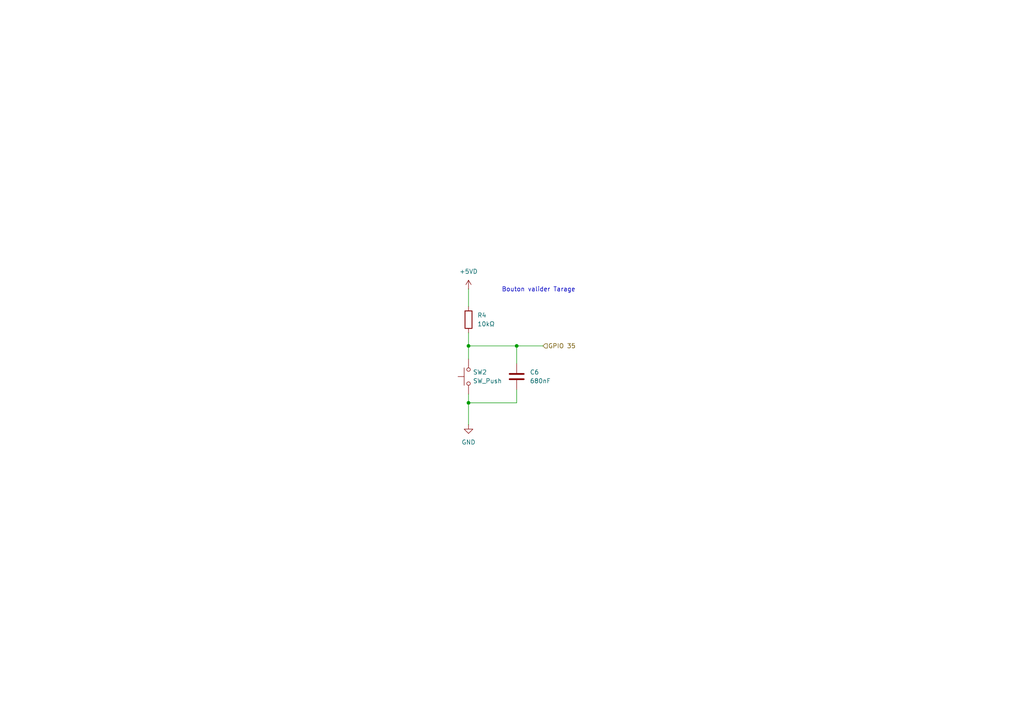
<source format=kicad_sch>
(kicad_sch (version 20250114) (generator "eeschema") (generator_version "9.0")
  (paper "A4")
  (lib_symbols
    (symbol "Device:C" (pin_numbers (hide yes)) (pin_names (offset 0.254))
      (property "Reference" "C" (at 0.635 2.54 0))
      (property "Value" "C" (at 0.635 -2.54 0))
      (symbol "C_0_1"
        (polyline (pts (xy -2.032 0.762) (xy 2.032 0.762)) (stroke (width 0.508)))
        (polyline (pts (xy -2.032 -0.762) (xy 2.032 -0.762)) (stroke (width 0.508)))
      )
      (symbol "C_1_1"
        (pin passive line (at 0 3.81 270) (length 2.794) (name "~") (number "1"))
        (pin passive line (at 0 -3.81 90) (length 2.794) (name "~") (number "2"))
      )
    )
    (symbol "Device:R" (pin_numbers (hide yes)) (pin_names (offset 0))
      (property "Reference" "R" (at 2.032 0 90))
      (property "Value" "R" (at 0 0 90))
      (symbol "R_0_1"
        (rectangle (start -1.016 -2.54) (end 1.016 2.54) (stroke (width 0.254)))
      )
      (symbol "R_1_1"
        (pin passive line (at 0 3.81 270) (length 1.27) (name "~") (number "1"))
        (pin passive line (at 0 -3.81 90) (length 1.27) (name "~") (number "2"))
      )
    )
    (symbol "Switch:SW_Push" (pin_numbers (hide yes)) (pin_names (offset 1.016) (hide yes))
      (property "Reference" "SW" (at 1.27 2.54 0))
      (property "Value" "SW_Push" (at 0 -1.524 0))
      (symbol "SW_Push_0_1"
        (circle (center -2.032 0) (radius 0.508))
        (polyline (pts (xy 0 1.27) (xy 0 3.048)))
        (circle (center 2.032 0) (radius 0.508))
        (polyline (pts (xy 2.54 1.27) (xy -2.54 1.27)))
        (pin passive line (at -5.08 0 0) (length 2.54) (name "1") (number "1"))
        (pin passive line (at 5.08 0 180) (length 2.54) (name "2") (number "2"))
      )
    )
    (symbol "power:+5VD" (power) (pin_numbers (hide yes)) (pin_names (offset 0) (hide yes))
      (property "Value" "+5VD" (at 0 3.556 0))
      (symbol "+5VD_0_1"
        (polyline (pts (xy -0.762 1.27) (xy 0 2.54)))
        (polyline (pts (xy 0 2.54) (xy 0.762 1.27)))
        (polyline (pts (xy 0 0) (xy 0 2.54)))
      )
      (symbol "+5VD_1_1"
        (pin power_in line (at 0 0 90) (length 0) (name "~") (number "1"))
      )
    )
    (symbol "power:GND" (power) (pin_numbers (hide yes)) (pin_names (offset 0) (hide yes))
      (property "Value" "GND" (at 0 -3.81 0))
      (symbol "GND_0_1"
        (polyline (pts (xy 0 0) (xy 0 -1.27) (xy 1.27 -1.27) (xy 0 -2.54) (xy -1.27 -1.27) (xy 0 -1.27)))
      )
      (symbol "GND_1_1"
        (pin power_in line (at 0 0 270) (length 0) (name "~") (number "1"))
      )
    )
  )
  (text "Bouton valider Tarage" (at 156.21 84.074 0) (effects (font (size 1.27 1.27))))
  (junction (at 135.89 116.84))
  (junction (at 135.89 100.33))
  (junction (at 149.86 100.33))
  (wire (pts (xy 149.86 116.84) (xy 135.89 116.84)))
  (wire (pts (xy 135.89 96.52) (xy 135.89 100.33)))
  (wire (pts (xy 135.89 114.3) (xy 135.89 116.84)))
  (wire (pts (xy 135.89 83.82) (xy 135.89 88.9)))
  (wire (pts (xy 149.86 113.03) (xy 149.86 116.84)))
  (wire (pts (xy 135.89 100.33) (xy 135.89 104.14)))
  (wire (pts (xy 135.89 116.84) (xy 135.89 123.19)))
  (wire (pts (xy 149.86 105.41) (xy 149.86 100.33)))
  (wire (pts (xy 149.86 100.33) (xy 135.89 100.33)))
  (wire (pts (xy 149.86 100.33) (xy 157.48 100.33)))
  (hierarchical_label "GPIO 35" (shape input) (at 157.48 100.33 0))
  (symbol (lib_id "power:+5VD") (at 135.89 83.82 0) (unit 1)
    (property "Reference" "#PWR014" (effects (hide yes)))
    (property "Value" "+5VD" (at 135.89 78.74 0))
    (property "Description" "Power symbol creates a global label with name \"+5VD\"" (effects (hide yes)))
  )
  (symbol (lib_id "Device:C") (at 149.86 109.22 0) (unit 1)
    (property "Reference" "C6" (at 153.67 107.9499 0) (effects (justify left)))
    (property "Value" "680nF" (at 153.67 110.4899 0) (effects (justify left)))
    (property "Description" "Unpolarized capacitor" (effects (hide yes)))
  )
  (symbol (lib_id "Device:R") (at 135.89 92.71 0) (unit 1)
    (property "Reference" "R4" (at 138.43 91.4399 0) (effects (justify left)))
    (property "Value" "10kΩ" (at 138.43 93.9799 0) (effects (justify left)))
    (property "Description" "Resistor" (effects (hide yes)))
  )
  (symbol (lib_id "power:GND") (at 135.89 123.19 0) (unit 1)
    (property "Reference" "#PWR015" (effects (hide yes)))
    (property "Value" "GND" (at 135.89 128.27 0))
    (property "Description" "Power symbol creates a global label with name \"GND\" , ground" (effects (hide yes)))
  )
  (symbol (lib_id "Switch:SW_Push") (at 135.89 109.22 90) (unit 1)
    (property "Reference" "SW2" (at 137.16 107.9499 90) (effects (justify right)))
    (property "Value" "SW_Push" (at 137.16 110.4899 90) (effects (justify right)))
    (property "Description" "Push button switch, generic, two pins" (effects (hide yes)))
  )
)
</source>
